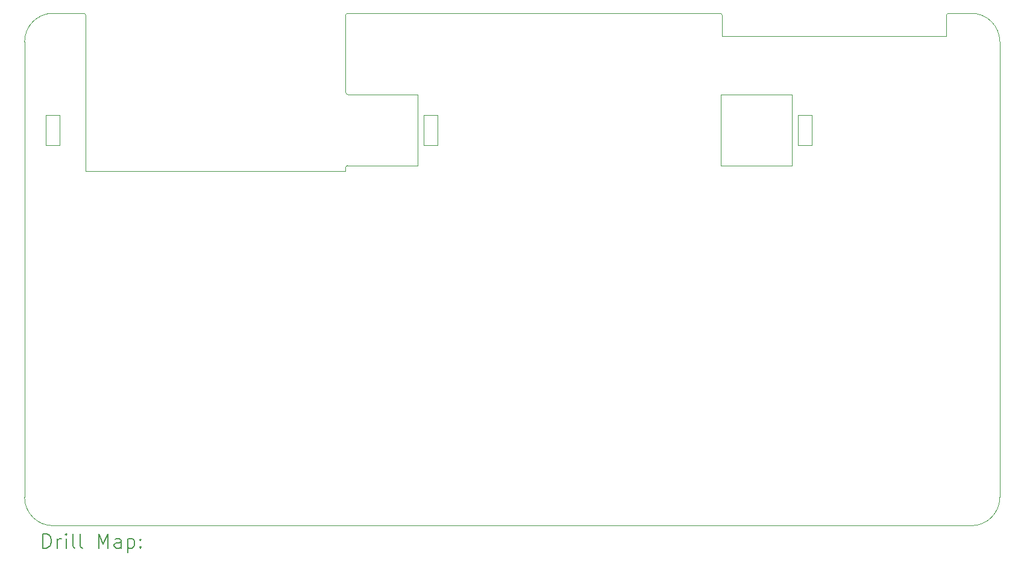
<source format=gbr>
%TF.GenerationSoftware,KiCad,Pcbnew,8.0.5*%
%TF.CreationDate,2025-01-01T12:19:49+09:00*%
%TF.ProjectId,NERD-HPC_CASE_F,4e455244-2d48-4504-935f-434153455f46,rev?*%
%TF.SameCoordinates,Original*%
%TF.FileFunction,Drillmap*%
%TF.FilePolarity,Positive*%
%FSLAX45Y45*%
G04 Gerber Fmt 4.5, Leading zero omitted, Abs format (unit mm)*
G04 Created by KiCad (PCBNEW 8.0.5) date 2025-01-01 12:19:49*
%MOMM*%
%LPD*%
G01*
G04 APERTURE LIST*
%ADD10C,0.050000*%
%ADD11C,0.200000*%
G04 APERTURE END LIST*
D10*
X16800000Y-6030000D02*
X16800000Y-6325000D01*
X11510000Y-8170000D02*
G75*
G02*
X11540000Y-8140000I30000J0D01*
G01*
X11510000Y-8170000D02*
X11510000Y-8220000D01*
X7296400Y-7430800D02*
X7496400Y-7430800D01*
X7496400Y-7850800D01*
X7296400Y-7850800D01*
X7296400Y-7430800D01*
X16800000Y-6325000D02*
X19950000Y-6325000D01*
X7000000Y-6400000D02*
X7000000Y-12800000D01*
X7400000Y-13200000D02*
X20300000Y-13200000D01*
X12605000Y-7430800D02*
X12805000Y-7430800D01*
X12805000Y-7850800D01*
X12605000Y-7850800D01*
X12605000Y-7430800D01*
X16780000Y-7140000D02*
X17777800Y-7140000D01*
X11510000Y-6030000D02*
G75*
G02*
X11540000Y-6000000I30000J0D01*
G01*
X20300000Y-6000000D02*
G75*
G02*
X20700000Y-6400000I0J-400000D01*
G01*
X19950000Y-6030000D02*
G75*
G02*
X19980000Y-6000000I30000J0D01*
G01*
X20700000Y-12800000D02*
X20700000Y-6400000D01*
X16770000Y-6000000D02*
G75*
G02*
X16800000Y-6030000I0J-30000D01*
G01*
X12520000Y-8140000D02*
X11540000Y-8140000D01*
X11540000Y-7140000D02*
X12520000Y-7140000D01*
X17777800Y-8140000D02*
X16780000Y-8140000D01*
X16770000Y-6000000D02*
X11540000Y-6000000D01*
X17862800Y-7430800D02*
X18062800Y-7430800D01*
X18062800Y-7850800D01*
X17862800Y-7850800D01*
X17862800Y-7430800D01*
X7400000Y-13200000D02*
G75*
G02*
X7000000Y-12800000I0J400000D01*
G01*
X7830000Y-6000000D02*
X7400000Y-6000000D01*
X11510000Y-6030000D02*
X11510000Y-7110000D01*
X20700000Y-12800000D02*
G75*
G02*
X20300000Y-13200000I-400000J0D01*
G01*
X16780000Y-7140000D02*
X16780000Y-8140000D01*
X7860000Y-8220000D02*
X7860000Y-6030000D01*
X19980000Y-6000000D02*
X20300000Y-6000000D01*
X11540000Y-7140000D02*
G75*
G02*
X11510000Y-7110000I0J30000D01*
G01*
X19950000Y-6325000D02*
X19950000Y-6030000D01*
X12520000Y-7140000D02*
X12520000Y-8140000D01*
X7000000Y-6400000D02*
G75*
G02*
X7400000Y-6000000I400000J0D01*
G01*
X11510000Y-8220000D02*
X7860000Y-8220000D01*
X17777800Y-7140000D02*
X17777800Y-8140000D01*
X7830000Y-6000000D02*
G75*
G02*
X7860000Y-6030000I0J-30000D01*
G01*
D11*
X7258277Y-13513984D02*
X7258277Y-13313984D01*
X7258277Y-13313984D02*
X7305896Y-13313984D01*
X7305896Y-13313984D02*
X7334467Y-13323508D01*
X7334467Y-13323508D02*
X7353515Y-13342555D01*
X7353515Y-13342555D02*
X7363039Y-13361603D01*
X7363039Y-13361603D02*
X7372562Y-13399698D01*
X7372562Y-13399698D02*
X7372562Y-13428269D01*
X7372562Y-13428269D02*
X7363039Y-13466365D01*
X7363039Y-13466365D02*
X7353515Y-13485412D01*
X7353515Y-13485412D02*
X7334467Y-13504460D01*
X7334467Y-13504460D02*
X7305896Y-13513984D01*
X7305896Y-13513984D02*
X7258277Y-13513984D01*
X7458277Y-13513984D02*
X7458277Y-13380650D01*
X7458277Y-13418746D02*
X7467801Y-13399698D01*
X7467801Y-13399698D02*
X7477324Y-13390174D01*
X7477324Y-13390174D02*
X7496372Y-13380650D01*
X7496372Y-13380650D02*
X7515420Y-13380650D01*
X7582086Y-13513984D02*
X7582086Y-13380650D01*
X7582086Y-13313984D02*
X7572562Y-13323508D01*
X7572562Y-13323508D02*
X7582086Y-13333031D01*
X7582086Y-13333031D02*
X7591610Y-13323508D01*
X7591610Y-13323508D02*
X7582086Y-13313984D01*
X7582086Y-13313984D02*
X7582086Y-13333031D01*
X7705896Y-13513984D02*
X7686848Y-13504460D01*
X7686848Y-13504460D02*
X7677324Y-13485412D01*
X7677324Y-13485412D02*
X7677324Y-13313984D01*
X7810658Y-13513984D02*
X7791610Y-13504460D01*
X7791610Y-13504460D02*
X7782086Y-13485412D01*
X7782086Y-13485412D02*
X7782086Y-13313984D01*
X8039229Y-13513984D02*
X8039229Y-13313984D01*
X8039229Y-13313984D02*
X8105896Y-13456841D01*
X8105896Y-13456841D02*
X8172562Y-13313984D01*
X8172562Y-13313984D02*
X8172562Y-13513984D01*
X8353515Y-13513984D02*
X8353515Y-13409222D01*
X8353515Y-13409222D02*
X8343991Y-13390174D01*
X8343991Y-13390174D02*
X8324943Y-13380650D01*
X8324943Y-13380650D02*
X8286848Y-13380650D01*
X8286848Y-13380650D02*
X8267801Y-13390174D01*
X8353515Y-13504460D02*
X8334467Y-13513984D01*
X8334467Y-13513984D02*
X8286848Y-13513984D01*
X8286848Y-13513984D02*
X8267801Y-13504460D01*
X8267801Y-13504460D02*
X8258277Y-13485412D01*
X8258277Y-13485412D02*
X8258277Y-13466365D01*
X8258277Y-13466365D02*
X8267801Y-13447317D01*
X8267801Y-13447317D02*
X8286848Y-13437793D01*
X8286848Y-13437793D02*
X8334467Y-13437793D01*
X8334467Y-13437793D02*
X8353515Y-13428269D01*
X8448753Y-13380650D02*
X8448753Y-13580650D01*
X8448753Y-13390174D02*
X8467801Y-13380650D01*
X8467801Y-13380650D02*
X8505896Y-13380650D01*
X8505896Y-13380650D02*
X8524944Y-13390174D01*
X8524944Y-13390174D02*
X8534467Y-13399698D01*
X8534467Y-13399698D02*
X8543991Y-13418746D01*
X8543991Y-13418746D02*
X8543991Y-13475888D01*
X8543991Y-13475888D02*
X8534467Y-13494936D01*
X8534467Y-13494936D02*
X8524944Y-13504460D01*
X8524944Y-13504460D02*
X8505896Y-13513984D01*
X8505896Y-13513984D02*
X8467801Y-13513984D01*
X8467801Y-13513984D02*
X8448753Y-13504460D01*
X8629705Y-13494936D02*
X8639229Y-13504460D01*
X8639229Y-13504460D02*
X8629705Y-13513984D01*
X8629705Y-13513984D02*
X8620182Y-13504460D01*
X8620182Y-13504460D02*
X8629705Y-13494936D01*
X8629705Y-13494936D02*
X8629705Y-13513984D01*
X8629705Y-13390174D02*
X8639229Y-13399698D01*
X8639229Y-13399698D02*
X8629705Y-13409222D01*
X8629705Y-13409222D02*
X8620182Y-13399698D01*
X8620182Y-13399698D02*
X8629705Y-13390174D01*
X8629705Y-13390174D02*
X8629705Y-13409222D01*
M02*

</source>
